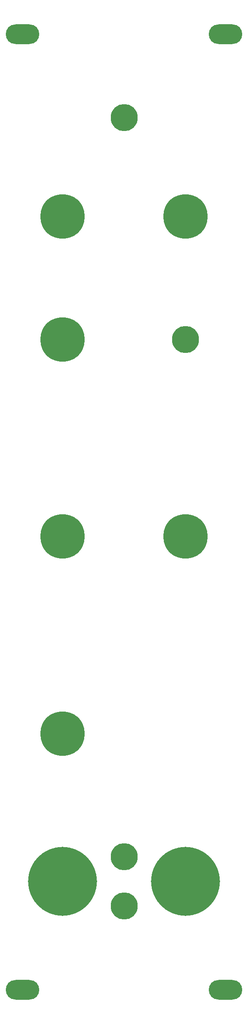
<source format=gbs>
G04 #@! TF.GenerationSoftware,KiCad,Pcbnew,6.0.2-378541a8eb~116~ubuntu20.04.1*
G04 #@! TF.CreationDate,2022-03-12T15:32:27-05:00*
G04 #@! TF.ProjectId,irinput_panel,6972696e-7075-4745-9f70-616e656c2e6b,rev?*
G04 #@! TF.SameCoordinates,Original*
G04 #@! TF.FileFunction,Soldermask,Bot*
G04 #@! TF.FilePolarity,Negative*
%FSLAX46Y46*%
G04 Gerber Fmt 4.6, Leading zero omitted, Abs format (unit mm)*
G04 Created by KiCad (PCBNEW 6.0.2-378541a8eb~116~ubuntu20.04.1) date 2022-03-12 15:32:27*
%MOMM*%
%LPD*%
G01*
G04 APERTURE LIST*
%ADD10C,9.000000*%
%ADD11C,14.000000*%
%ADD12C,5.500000*%
%ADD13O,6.800000X4.000000*%
G04 APERTURE END LIST*
D10*
G04 #@! TO.C,H7*
X16100000Y-112600000D03*
G04 #@! TD*
G04 #@! TO.C,H4*
X16100000Y-152600000D03*
G04 #@! TD*
D11*
G04 #@! TO.C,H1*
X16100000Y-182600000D03*
G04 #@! TD*
D12*
G04 #@! TO.C,H8*
X28600000Y-27600000D03*
G04 #@! TD*
D11*
G04 #@! TO.C,H2*
X41100000Y-182600000D03*
G04 #@! TD*
D10*
G04 #@! TO.C,H3*
X16100000Y-47600000D03*
G04 #@! TD*
G04 #@! TO.C,H5*
X16100000Y-72600000D03*
G04 #@! TD*
D12*
G04 #@! TO.C,H9*
X28600000Y-187600000D03*
G04 #@! TD*
D10*
G04 #@! TO.C,H12*
X41100000Y-47600000D03*
G04 #@! TD*
D13*
G04 #@! TO.C,H14*
X8000000Y-204600000D03*
X8000000Y-10600000D03*
G04 #@! TD*
D10*
G04 #@! TO.C,H6*
X41100000Y-112600000D03*
G04 #@! TD*
D12*
G04 #@! TO.C,H10*
X28600000Y-177600000D03*
G04 #@! TD*
G04 #@! TO.C,H11*
X41100000Y-72600000D03*
G04 #@! TD*
D13*
G04 #@! TO.C,H13*
X49200000Y-204600000D03*
X49200000Y-10600000D03*
G04 #@! TD*
M02*

</source>
